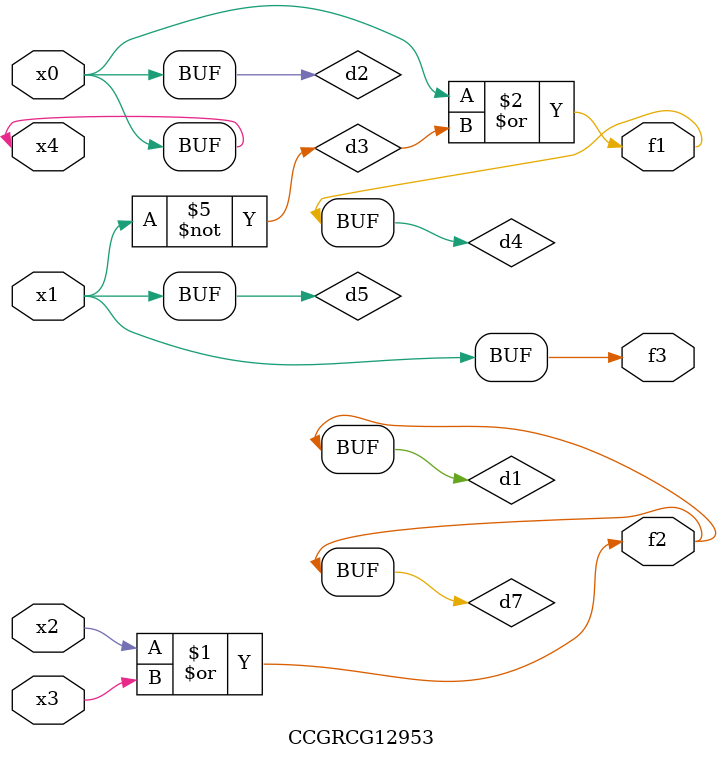
<source format=v>
module CCGRCG12953(
	input x0, x1, x2, x3, x4,
	output f1, f2, f3
);

	wire d1, d2, d3, d4, d5, d6, d7;

	or (d1, x2, x3);
	buf (d2, x0, x4);
	not (d3, x1);
	or (d4, d2, d3);
	not (d5, d3);
	nand (d6, d1, d3);
	or (d7, d1);
	assign f1 = d4;
	assign f2 = d7;
	assign f3 = d5;
endmodule

</source>
